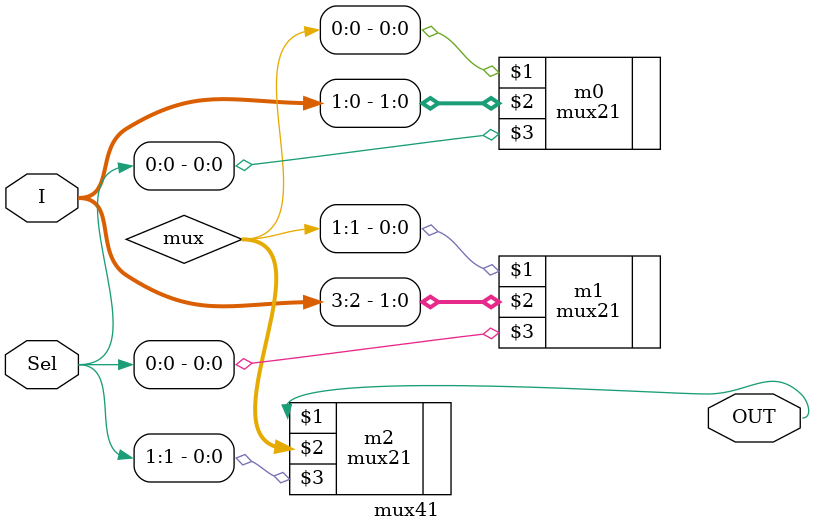
<source format=v>
module mux41 (OUT, I, Sel);
	
	output OUT;
	input [3:0] I;
	input [1:0] Sel;
	
	wire [1:0] mux;

	mux21 m0 (mux[0], {I[1], I[0]}, Sel[0]);
	mux21 m1 (mux[1], {I[3], I[2]}, Sel[0]);
	mux21 m2 (OUT, {mux[1], mux[0]}, Sel[1]);	

endmodule
</source>
